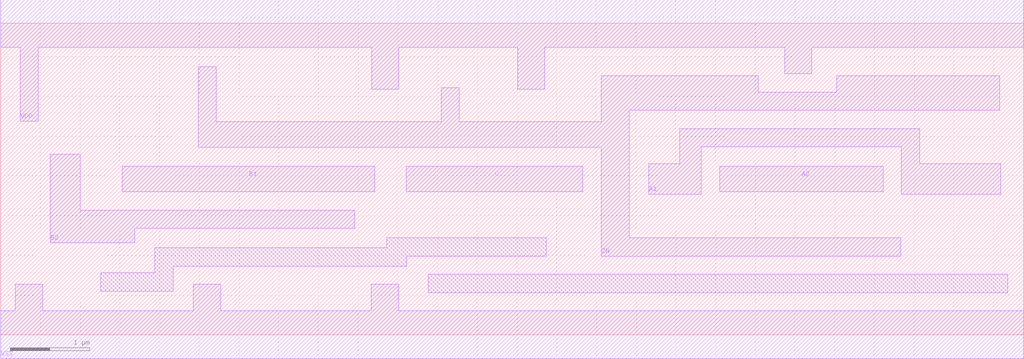
<source format=lef>
# Copyright 2022 GlobalFoundries PDK Authors
#
# Licensed under the Apache License, Version 2.0 (the "License");
# you may not use this file except in compliance with the License.
# You may obtain a copy of the License at
#
#      http://www.apache.org/licenses/LICENSE-2.0
#
# Unless required by applicable law or agreed to in writing, software
# distributed under the License is distributed on an "AS IS" BASIS,
# WITHOUT WARRANTIES OR CONDITIONS OF ANY KIND, either express or implied.
# See the License for the specific language governing permissions and
# limitations under the License.

MACRO gf180mcu_fd_sc_mcu7t5v0__oai221_2
  CLASS core ;
  FOREIGN gf180mcu_fd_sc_mcu7t5v0__oai221_2 0.0 0.0 ;
  ORIGIN 0 0 ;
  SYMMETRY X Y ;
  SITE GF018hv5v_mcu_sc7 ;
  SIZE 12.88 BY 3.92 ;
  PIN A1
    DIRECTION INPUT ;
    ANTENNAGATEAREA 2.079 ;
    PORT
      LAYER METAL1 ;
        POLYGON 8.16 1.77 8.82 1.77 8.82 2.365 11.34 2.365 11.34 1.77 12.59 1.77 12.59 2.15 11.57 2.15 11.57 2.595 8.55 2.595 8.55 2.15 8.16 2.15  ;
    END
  END A1
  PIN A2
    DIRECTION INPUT ;
    ANTENNAGATEAREA 2.079 ;
    PORT
      LAYER METAL1 ;
        POLYGON 9.05 1.8 11.11 1.8 11.11 2.12 9.05 2.12  ;
    END
  END A2
  PIN B1
    DIRECTION INPUT ;
    ANTENNAGATEAREA 2.079 ;
    PORT
      LAYER METAL1 ;
        POLYGON 1.53 1.8 4.71 1.8 4.71 2.12 1.53 2.12  ;
    END
  END B1
  PIN B2
    DIRECTION INPUT ;
    ANTENNAGATEAREA 2.079 ;
    PORT
      LAYER METAL1 ;
        POLYGON 0.625 1.16 1.69 1.16 1.69 1.34 4.455 1.34 4.455 1.57 1 1.57 1 2.275 0.625 2.275  ;
    END
  END B2
  PIN C
    DIRECTION INPUT ;
    ANTENNAGATEAREA 1.969 ;
    PORT
      LAYER METAL1 ;
        POLYGON 5.105 1.8 6.865 1.8 7.33 1.8 7.33 2.12 6.865 2.12 5.105 2.12  ;
    END
  END C
  PIN ZN
    DIRECTION OUTPUT ;
    ANTENNADIFFAREA 3.382 ;
    PORT
      LAYER METAL1 ;
        POLYGON 7.915 2.825 12.58 2.825 12.58 3.26 10.525 3.26 10.525 3.055 9.54 3.055 9.54 3.26 7.56 3.26 7.56 2.68 6.865 2.68 5.775 2.68 5.775 3.11 5.545 3.11 5.545 2.68 2.715 2.68 2.715 3.375 2.485 3.375 2.485 2.36 6.865 2.36 7.56 2.36 7.56 0.99 11.33 0.99 11.33 1.22 7.915 1.22  ;
    END
  END ZN
  PIN VDD
    DIRECTION INOUT ;
    USE power ;
    SHAPE ABUTMENT ;
    PORT
      LAYER METAL1 ;
        POLYGON 0 3.62 0.245 3.62 0.245 2.69 0.475 2.69 0.475 3.62 4.67 3.62 4.67 3.09 5.01 3.09 5.01 3.62 6.51 3.62 6.51 3.09 6.85 3.09 6.85 3.62 6.865 3.62 9.87 3.62 9.87 3.285 10.21 3.285 10.21 3.62 12.68 3.62 12.88 3.62 12.88 4.22 12.68 4.22 6.865 4.22 0 4.22  ;
    END
  END VDD
  PIN VSS
    DIRECTION INOUT ;
    USE ground ;
    SHAPE ABUTMENT ;
    PORT
      LAYER METAL1 ;
        POLYGON 0 -0.3 12.88 -0.3 12.88 0.3 5.01 0.3 5.01 0.635 4.665 0.635 4.665 0.3 2.77 0.3 2.77 0.635 2.425 0.635 2.425 0.3 0.53 0.3 0.53 0.635 0.185 0.635 0.185 0.3 0 0.3  ;
    END
  END VSS
  OBS
      LAYER METAL1 ;
        POLYGON 1.26 0.55 2.17 0.55 2.17 0.865 5.11 0.865 5.11 0.99 6.865 0.99 6.865 1.22 4.86 1.22 4.86 1.095 1.94 1.095 1.94 0.78 1.26 0.78  ;
        POLYGON 5.38 0.53 12.68 0.53 12.68 0.76 5.38 0.76  ;
  END
END gf180mcu_fd_sc_mcu7t5v0__oai221_2

</source>
